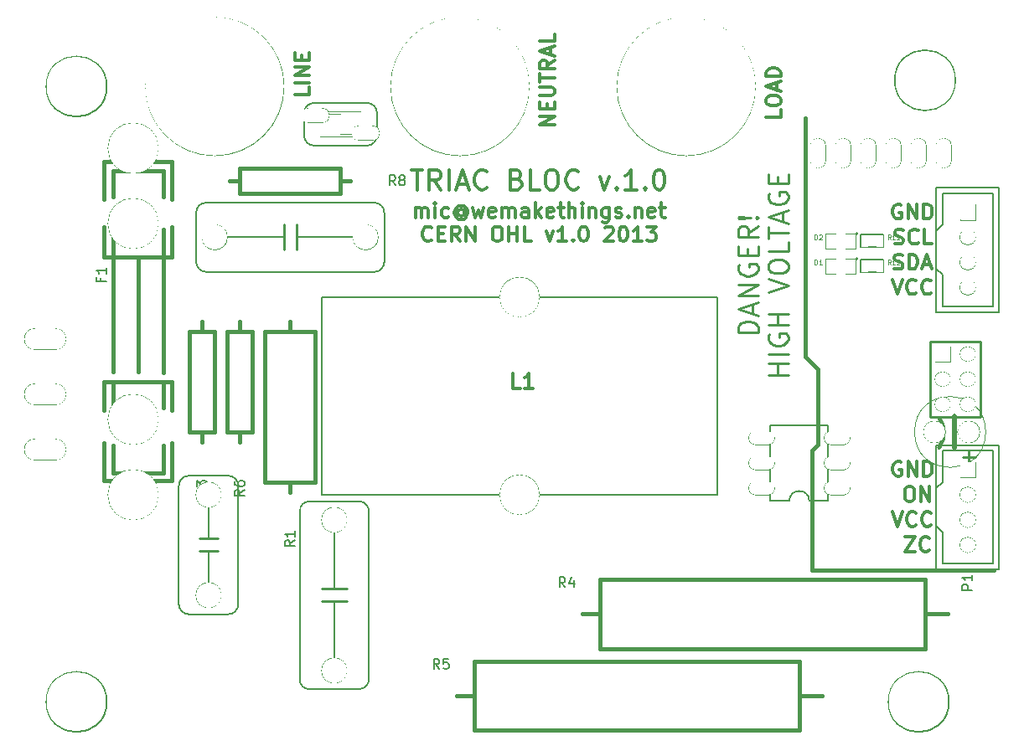
<source format=gto>
G04 (created by PCBNEW (2013-mar-13)-testing) date Tue 07 May 2013 10:03:09 PM CEST*
%MOIN*%
G04 Gerber Fmt 3.4, Leading zero omitted, Abs format*
%FSLAX34Y34*%
G01*
G70*
G90*
G04 APERTURE LIST*
%ADD10C,2.3622e-06*%
%ADD11C,0.015774*%
%ADD12C,0.0118*%
%ADD13C,0.0099*%
%ADD14C,0.00985*%
%ADD15C,0.0026*%
%ADD16C,0.015*%
%ADD17C,0.01*%
%ADD18C,0.008*%
%ADD19C,0.02*%
%ADD20C,0.004*%
%ADD21C,0.016*%
%ADD22C,0.005*%
%ADD23C,0.0059*%
%ADD24C,0.006*%
%ADD25C,0.002*%
%ADD26C,0.0039*%
%ADD27C,0.0035*%
%ADD28C,0.012*%
%ADD29C,0.0043*%
%ADD30C,0.0045*%
%ADD31C,0.551181*%
%ADD32O,0.165X0.0825*%
%ADD33O,0.0593X0.1187*%
%ADD34C,0.0787*%
%ADD35C,0.0906*%
%ADD36C,0.2*%
%ADD37C,0.0859*%
%ADD38C,0.06*%
%ADD39R,0.06X0.06*%
%ADD40R,0.062X0.062*%
%ADD41C,0.062*%
%ADD42C,0.1575*%
%ADD43O,0.112X0.056*%
%ADD44C,0.1*%
%ADD45O,0.104X0.052*%
%ADD46C,0.2362*%
%ADD47R,0.035X0.055*%
%ADD48R,0.025X0.045*%
G04 APERTURE END LIST*
G54D10*
G54D11*
X71000Y-48000D02*
X78250Y-48000D01*
X71000Y-43250D02*
X71000Y-48000D01*
X71250Y-43000D02*
X71000Y-43250D01*
X71250Y-40000D02*
X71250Y-43000D01*
X70750Y-39500D02*
X71250Y-40000D01*
X70750Y-30000D02*
X70750Y-39500D01*
G54D12*
X69767Y-29675D02*
X69767Y-29956D01*
X69176Y-29956D01*
X69176Y-29365D02*
X69176Y-29253D01*
X69204Y-29196D01*
X69260Y-29140D01*
X69373Y-29112D01*
X69570Y-29112D01*
X69682Y-29140D01*
X69739Y-29196D01*
X69767Y-29253D01*
X69767Y-29365D01*
X69739Y-29422D01*
X69682Y-29478D01*
X69570Y-29506D01*
X69373Y-29506D01*
X69260Y-29478D01*
X69204Y-29422D01*
X69176Y-29365D01*
X69598Y-28887D02*
X69598Y-28605D01*
X69767Y-28943D02*
X69176Y-28746D01*
X69767Y-28549D01*
X69767Y-28352D02*
X69176Y-28352D01*
X69176Y-28211D01*
X69204Y-28127D01*
X69260Y-28071D01*
X69317Y-28043D01*
X69429Y-28014D01*
X69514Y-28014D01*
X69626Y-28043D01*
X69682Y-28071D01*
X69739Y-28127D01*
X69767Y-28211D01*
X69767Y-28352D01*
X60767Y-30258D02*
X60176Y-30258D01*
X60767Y-29921D01*
X60176Y-29921D01*
X60457Y-29639D02*
X60457Y-29442D01*
X60767Y-29358D02*
X60767Y-29639D01*
X60176Y-29639D01*
X60176Y-29358D01*
X60176Y-29105D02*
X60654Y-29105D01*
X60711Y-29076D01*
X60739Y-29048D01*
X60767Y-28992D01*
X60767Y-28879D01*
X60739Y-28823D01*
X60711Y-28795D01*
X60654Y-28767D01*
X60176Y-28767D01*
X60176Y-28570D02*
X60176Y-28232D01*
X60767Y-28401D02*
X60176Y-28401D01*
X60767Y-27697D02*
X60485Y-27894D01*
X60767Y-28035D02*
X60176Y-28035D01*
X60176Y-27810D01*
X60204Y-27754D01*
X60232Y-27726D01*
X60288Y-27697D01*
X60373Y-27697D01*
X60429Y-27726D01*
X60457Y-27754D01*
X60485Y-27810D01*
X60485Y-28035D01*
X60598Y-27472D02*
X60598Y-27191D01*
X60767Y-27529D02*
X60176Y-27332D01*
X60767Y-27135D01*
X60767Y-26656D02*
X60767Y-26938D01*
X60176Y-26938D01*
X51017Y-28784D02*
X51017Y-29066D01*
X50426Y-29066D01*
X51017Y-28587D02*
X50426Y-28587D01*
X51017Y-28306D02*
X50426Y-28306D01*
X51017Y-27968D01*
X50426Y-27968D01*
X50707Y-27687D02*
X50707Y-27490D01*
X51017Y-27405D02*
X51017Y-27687D01*
X50426Y-27687D01*
X50426Y-27405D01*
X55225Y-33967D02*
X55225Y-33573D01*
X55225Y-33629D02*
X55253Y-33601D01*
X55309Y-33573D01*
X55393Y-33573D01*
X55450Y-33601D01*
X55478Y-33657D01*
X55478Y-33967D01*
X55478Y-33657D02*
X55506Y-33601D01*
X55562Y-33573D01*
X55647Y-33573D01*
X55703Y-33601D01*
X55731Y-33657D01*
X55731Y-33967D01*
X56013Y-33967D02*
X56013Y-33573D01*
X56013Y-33376D02*
X55984Y-33404D01*
X56013Y-33432D01*
X56041Y-33404D01*
X56013Y-33376D01*
X56013Y-33432D01*
X56547Y-33939D02*
X56491Y-33967D01*
X56378Y-33967D01*
X56322Y-33939D01*
X56294Y-33911D01*
X56266Y-33854D01*
X56266Y-33685D01*
X56294Y-33629D01*
X56322Y-33601D01*
X56378Y-33573D01*
X56491Y-33573D01*
X56547Y-33601D01*
X57166Y-33685D02*
X57138Y-33657D01*
X57082Y-33629D01*
X57026Y-33629D01*
X56969Y-33657D01*
X56941Y-33685D01*
X56913Y-33742D01*
X56913Y-33798D01*
X56941Y-33854D01*
X56969Y-33882D01*
X57026Y-33911D01*
X57082Y-33911D01*
X57138Y-33882D01*
X57166Y-33854D01*
X57166Y-33629D02*
X57166Y-33854D01*
X57195Y-33882D01*
X57223Y-33882D01*
X57279Y-33854D01*
X57307Y-33798D01*
X57307Y-33657D01*
X57251Y-33573D01*
X57166Y-33517D01*
X57054Y-33488D01*
X56941Y-33517D01*
X56857Y-33573D01*
X56801Y-33657D01*
X56772Y-33770D01*
X56801Y-33882D01*
X56857Y-33967D01*
X56941Y-34023D01*
X57054Y-34051D01*
X57166Y-34023D01*
X57251Y-33967D01*
X57504Y-33573D02*
X57617Y-33967D01*
X57729Y-33685D01*
X57842Y-33967D01*
X57954Y-33573D01*
X58405Y-33939D02*
X58348Y-33967D01*
X58236Y-33967D01*
X58180Y-33939D01*
X58151Y-33882D01*
X58151Y-33657D01*
X58180Y-33601D01*
X58236Y-33573D01*
X58348Y-33573D01*
X58405Y-33601D01*
X58433Y-33657D01*
X58433Y-33714D01*
X58151Y-33770D01*
X58686Y-33967D02*
X58686Y-33573D01*
X58686Y-33629D02*
X58714Y-33601D01*
X58771Y-33573D01*
X58855Y-33573D01*
X58911Y-33601D01*
X58939Y-33657D01*
X58939Y-33967D01*
X58939Y-33657D02*
X58968Y-33601D01*
X59024Y-33573D01*
X59108Y-33573D01*
X59165Y-33601D01*
X59193Y-33657D01*
X59193Y-33967D01*
X59727Y-33967D02*
X59727Y-33657D01*
X59699Y-33601D01*
X59643Y-33573D01*
X59530Y-33573D01*
X59474Y-33601D01*
X59727Y-33939D02*
X59671Y-33967D01*
X59530Y-33967D01*
X59474Y-33939D01*
X59446Y-33882D01*
X59446Y-33826D01*
X59474Y-33770D01*
X59530Y-33742D01*
X59671Y-33742D01*
X59727Y-33714D01*
X60009Y-33967D02*
X60009Y-33376D01*
X60065Y-33742D02*
X60234Y-33967D01*
X60234Y-33573D02*
X60009Y-33798D01*
X60712Y-33939D02*
X60656Y-33967D01*
X60544Y-33967D01*
X60487Y-33939D01*
X60459Y-33882D01*
X60459Y-33657D01*
X60487Y-33601D01*
X60544Y-33573D01*
X60656Y-33573D01*
X60712Y-33601D01*
X60741Y-33657D01*
X60741Y-33714D01*
X60459Y-33770D01*
X60909Y-33573D02*
X61135Y-33573D01*
X60994Y-33376D02*
X60994Y-33882D01*
X61022Y-33939D01*
X61078Y-33967D01*
X61135Y-33967D01*
X61332Y-33967D02*
X61332Y-33376D01*
X61585Y-33967D02*
X61585Y-33657D01*
X61557Y-33601D01*
X61500Y-33573D01*
X61416Y-33573D01*
X61360Y-33601D01*
X61332Y-33629D01*
X61866Y-33967D02*
X61866Y-33573D01*
X61866Y-33376D02*
X61838Y-33404D01*
X61866Y-33432D01*
X61894Y-33404D01*
X61866Y-33376D01*
X61866Y-33432D01*
X62148Y-33573D02*
X62148Y-33967D01*
X62148Y-33629D02*
X62176Y-33601D01*
X62232Y-33573D01*
X62317Y-33573D01*
X62373Y-33601D01*
X62401Y-33657D01*
X62401Y-33967D01*
X62936Y-33573D02*
X62936Y-34051D01*
X62908Y-34108D01*
X62879Y-34136D01*
X62823Y-34164D01*
X62739Y-34164D01*
X62682Y-34136D01*
X62936Y-33939D02*
X62879Y-33967D01*
X62767Y-33967D01*
X62711Y-33939D01*
X62682Y-33911D01*
X62654Y-33854D01*
X62654Y-33685D01*
X62682Y-33629D01*
X62711Y-33601D01*
X62767Y-33573D01*
X62879Y-33573D01*
X62936Y-33601D01*
X63189Y-33939D02*
X63245Y-33967D01*
X63358Y-33967D01*
X63414Y-33939D01*
X63442Y-33882D01*
X63442Y-33854D01*
X63414Y-33798D01*
X63358Y-33770D01*
X63273Y-33770D01*
X63217Y-33742D01*
X63189Y-33685D01*
X63189Y-33657D01*
X63217Y-33601D01*
X63273Y-33573D01*
X63358Y-33573D01*
X63414Y-33601D01*
X63696Y-33911D02*
X63724Y-33939D01*
X63696Y-33967D01*
X63667Y-33939D01*
X63696Y-33911D01*
X63696Y-33967D01*
X63977Y-33573D02*
X63977Y-33967D01*
X63977Y-33629D02*
X64005Y-33601D01*
X64061Y-33573D01*
X64146Y-33573D01*
X64202Y-33601D01*
X64230Y-33657D01*
X64230Y-33967D01*
X64737Y-33939D02*
X64681Y-33967D01*
X64568Y-33967D01*
X64512Y-33939D01*
X64484Y-33882D01*
X64484Y-33657D01*
X64512Y-33601D01*
X64568Y-33573D01*
X64681Y-33573D01*
X64737Y-33601D01*
X64765Y-33657D01*
X64765Y-33714D01*
X64484Y-33770D01*
X64934Y-33573D02*
X65159Y-33573D01*
X65018Y-33376D02*
X65018Y-33882D01*
X65046Y-33939D01*
X65103Y-33967D01*
X65159Y-33967D01*
X55872Y-34856D02*
X55844Y-34884D01*
X55759Y-34912D01*
X55703Y-34912D01*
X55619Y-34884D01*
X55562Y-34828D01*
X55534Y-34772D01*
X55506Y-34659D01*
X55506Y-34575D01*
X55534Y-34462D01*
X55562Y-34406D01*
X55619Y-34349D01*
X55703Y-34321D01*
X55759Y-34321D01*
X55844Y-34349D01*
X55872Y-34378D01*
X56125Y-34603D02*
X56322Y-34603D01*
X56407Y-34912D02*
X56125Y-34912D01*
X56125Y-34321D01*
X56407Y-34321D01*
X56998Y-34912D02*
X56801Y-34631D01*
X56660Y-34912D02*
X56660Y-34321D01*
X56885Y-34321D01*
X56941Y-34349D01*
X56969Y-34378D01*
X56998Y-34434D01*
X56998Y-34518D01*
X56969Y-34575D01*
X56941Y-34603D01*
X56885Y-34631D01*
X56660Y-34631D01*
X57251Y-34912D02*
X57251Y-34321D01*
X57589Y-34912D01*
X57589Y-34321D01*
X58433Y-34321D02*
X58545Y-34321D01*
X58602Y-34349D01*
X58658Y-34406D01*
X58686Y-34518D01*
X58686Y-34715D01*
X58658Y-34828D01*
X58602Y-34884D01*
X58545Y-34912D01*
X58433Y-34912D01*
X58377Y-34884D01*
X58320Y-34828D01*
X58292Y-34715D01*
X58292Y-34518D01*
X58320Y-34406D01*
X58377Y-34349D01*
X58433Y-34321D01*
X58939Y-34912D02*
X58939Y-34321D01*
X58939Y-34603D02*
X59277Y-34603D01*
X59277Y-34912D02*
X59277Y-34321D01*
X59840Y-34912D02*
X59559Y-34912D01*
X59559Y-34321D01*
X60431Y-34518D02*
X60572Y-34912D01*
X60712Y-34518D01*
X61247Y-34912D02*
X60909Y-34912D01*
X61078Y-34912D02*
X61078Y-34321D01*
X61022Y-34406D01*
X60966Y-34462D01*
X60909Y-34490D01*
X61500Y-34856D02*
X61529Y-34884D01*
X61500Y-34912D01*
X61472Y-34884D01*
X61500Y-34856D01*
X61500Y-34912D01*
X61894Y-34321D02*
X61951Y-34321D01*
X62007Y-34349D01*
X62035Y-34378D01*
X62063Y-34434D01*
X62091Y-34546D01*
X62091Y-34687D01*
X62063Y-34800D01*
X62035Y-34856D01*
X62007Y-34884D01*
X61951Y-34912D01*
X61894Y-34912D01*
X61838Y-34884D01*
X61810Y-34856D01*
X61782Y-34800D01*
X61754Y-34687D01*
X61754Y-34546D01*
X61782Y-34434D01*
X61810Y-34378D01*
X61838Y-34349D01*
X61894Y-34321D01*
X62767Y-34378D02*
X62795Y-34349D01*
X62851Y-34321D01*
X62992Y-34321D01*
X63048Y-34349D01*
X63076Y-34378D01*
X63105Y-34434D01*
X63105Y-34490D01*
X63076Y-34575D01*
X62739Y-34912D01*
X63105Y-34912D01*
X63470Y-34321D02*
X63527Y-34321D01*
X63583Y-34349D01*
X63611Y-34378D01*
X63639Y-34434D01*
X63667Y-34546D01*
X63667Y-34687D01*
X63639Y-34800D01*
X63611Y-34856D01*
X63583Y-34884D01*
X63527Y-34912D01*
X63470Y-34912D01*
X63414Y-34884D01*
X63386Y-34856D01*
X63358Y-34800D01*
X63330Y-34687D01*
X63330Y-34546D01*
X63358Y-34434D01*
X63386Y-34378D01*
X63414Y-34349D01*
X63470Y-34321D01*
X64230Y-34912D02*
X63893Y-34912D01*
X64061Y-34912D02*
X64061Y-34321D01*
X64005Y-34406D01*
X63949Y-34462D01*
X63893Y-34490D01*
X64427Y-34321D02*
X64793Y-34321D01*
X64596Y-34546D01*
X64681Y-34546D01*
X64737Y-34575D01*
X64765Y-34603D01*
X64793Y-34659D01*
X64793Y-34800D01*
X64765Y-34856D01*
X64737Y-34884D01*
X64681Y-34912D01*
X64512Y-34912D01*
X64455Y-34884D01*
X64427Y-34856D01*
X55071Y-32069D02*
X55521Y-32069D01*
X55296Y-32856D02*
X55296Y-32069D01*
X56233Y-32856D02*
X55971Y-32481D01*
X55784Y-32856D02*
X55784Y-32069D01*
X56083Y-32069D01*
X56158Y-32106D01*
X56196Y-32143D01*
X56233Y-32218D01*
X56233Y-32331D01*
X56196Y-32406D01*
X56158Y-32443D01*
X56083Y-32481D01*
X55784Y-32481D01*
X56571Y-32856D02*
X56571Y-32069D01*
X56908Y-32631D02*
X57283Y-32631D01*
X56833Y-32856D02*
X57095Y-32069D01*
X57358Y-32856D01*
X58070Y-32781D02*
X58032Y-32818D01*
X57920Y-32856D01*
X57845Y-32856D01*
X57732Y-32818D01*
X57657Y-32743D01*
X57620Y-32668D01*
X57582Y-32518D01*
X57582Y-32406D01*
X57620Y-32256D01*
X57657Y-32181D01*
X57732Y-32106D01*
X57845Y-32069D01*
X57920Y-32069D01*
X58032Y-32106D01*
X58070Y-32143D01*
X59269Y-32443D02*
X59381Y-32481D01*
X59419Y-32518D01*
X59456Y-32593D01*
X59456Y-32706D01*
X59419Y-32781D01*
X59381Y-32818D01*
X59306Y-32856D01*
X59006Y-32856D01*
X59006Y-32069D01*
X59269Y-32069D01*
X59344Y-32106D01*
X59381Y-32143D01*
X59419Y-32218D01*
X59419Y-32293D01*
X59381Y-32368D01*
X59344Y-32406D01*
X59269Y-32443D01*
X59006Y-32443D01*
X60168Y-32856D02*
X59793Y-32856D01*
X59793Y-32069D01*
X60580Y-32069D02*
X60730Y-32069D01*
X60805Y-32106D01*
X60880Y-32181D01*
X60918Y-32331D01*
X60918Y-32593D01*
X60880Y-32743D01*
X60805Y-32818D01*
X60730Y-32856D01*
X60580Y-32856D01*
X60506Y-32818D01*
X60431Y-32743D01*
X60393Y-32593D01*
X60393Y-32331D01*
X60431Y-32181D01*
X60506Y-32106D01*
X60580Y-32069D01*
X61705Y-32781D02*
X61667Y-32818D01*
X61555Y-32856D01*
X61480Y-32856D01*
X61367Y-32818D01*
X61293Y-32743D01*
X61255Y-32668D01*
X61218Y-32518D01*
X61218Y-32406D01*
X61255Y-32256D01*
X61293Y-32181D01*
X61367Y-32106D01*
X61480Y-32069D01*
X61555Y-32069D01*
X61667Y-32106D01*
X61705Y-32143D01*
X62567Y-32331D02*
X62754Y-32856D01*
X62941Y-32331D01*
X63241Y-32781D02*
X63279Y-32818D01*
X63241Y-32856D01*
X63204Y-32818D01*
X63241Y-32781D01*
X63241Y-32856D01*
X64028Y-32856D02*
X63579Y-32856D01*
X63803Y-32856D02*
X63803Y-32069D01*
X63728Y-32181D01*
X63654Y-32256D01*
X63579Y-32293D01*
X64366Y-32781D02*
X64403Y-32818D01*
X64366Y-32856D01*
X64328Y-32818D01*
X64366Y-32781D01*
X64366Y-32856D01*
X64890Y-32069D02*
X64965Y-32069D01*
X65040Y-32106D01*
X65078Y-32143D01*
X65115Y-32218D01*
X65153Y-32368D01*
X65153Y-32556D01*
X65115Y-32706D01*
X65078Y-32781D01*
X65040Y-32818D01*
X64965Y-32856D01*
X64890Y-32856D01*
X64815Y-32818D01*
X64778Y-32781D01*
X64740Y-32706D01*
X64703Y-32556D01*
X64703Y-32368D01*
X64740Y-32218D01*
X64778Y-32143D01*
X64815Y-32106D01*
X64890Y-32069D01*
X74549Y-33454D02*
X74493Y-33426D01*
X74409Y-33426D01*
X74324Y-33454D01*
X74268Y-33510D01*
X74240Y-33567D01*
X74212Y-33679D01*
X74212Y-33764D01*
X74240Y-33876D01*
X74268Y-33932D01*
X74324Y-33989D01*
X74409Y-34017D01*
X74465Y-34017D01*
X74549Y-33989D01*
X74577Y-33961D01*
X74577Y-33764D01*
X74465Y-33764D01*
X74831Y-34017D02*
X74831Y-33426D01*
X75168Y-34017D01*
X75168Y-33426D01*
X75450Y-34017D02*
X75450Y-33426D01*
X75591Y-33426D01*
X75675Y-33454D01*
X75731Y-33510D01*
X75759Y-33567D01*
X75788Y-33679D01*
X75788Y-33764D01*
X75759Y-33876D01*
X75731Y-33932D01*
X75675Y-33989D01*
X75591Y-34017D01*
X75450Y-34017D01*
X74282Y-35989D02*
X74366Y-36017D01*
X74507Y-36017D01*
X74563Y-35989D01*
X74591Y-35961D01*
X74620Y-35904D01*
X74620Y-35848D01*
X74591Y-35792D01*
X74563Y-35764D01*
X74507Y-35735D01*
X74394Y-35707D01*
X74338Y-35679D01*
X74310Y-35651D01*
X74282Y-35595D01*
X74282Y-35538D01*
X74310Y-35482D01*
X74338Y-35454D01*
X74394Y-35426D01*
X74535Y-35426D01*
X74620Y-35454D01*
X74873Y-36017D02*
X74873Y-35426D01*
X75014Y-35426D01*
X75098Y-35454D01*
X75154Y-35510D01*
X75182Y-35567D01*
X75211Y-35679D01*
X75211Y-35764D01*
X75182Y-35876D01*
X75154Y-35932D01*
X75098Y-35989D01*
X75014Y-36017D01*
X74873Y-36017D01*
X75436Y-35848D02*
X75717Y-35848D01*
X75379Y-36017D02*
X75576Y-35426D01*
X75773Y-36017D01*
X74296Y-34989D02*
X74380Y-35017D01*
X74521Y-35017D01*
X74577Y-34989D01*
X74606Y-34961D01*
X74634Y-34904D01*
X74634Y-34848D01*
X74606Y-34792D01*
X74577Y-34764D01*
X74521Y-34735D01*
X74409Y-34707D01*
X74352Y-34679D01*
X74324Y-34651D01*
X74296Y-34595D01*
X74296Y-34538D01*
X74324Y-34482D01*
X74352Y-34454D01*
X74409Y-34426D01*
X74549Y-34426D01*
X74634Y-34454D01*
X75225Y-34961D02*
X75197Y-34989D01*
X75112Y-35017D01*
X75056Y-35017D01*
X74971Y-34989D01*
X74915Y-34932D01*
X74887Y-34876D01*
X74859Y-34764D01*
X74859Y-34679D01*
X74887Y-34567D01*
X74915Y-34510D01*
X74971Y-34454D01*
X75056Y-34426D01*
X75112Y-34426D01*
X75197Y-34454D01*
X75225Y-34482D01*
X75759Y-35017D02*
X75478Y-35017D01*
X75478Y-34426D01*
X74212Y-36426D02*
X74409Y-37017D01*
X74606Y-36426D01*
X75140Y-36961D02*
X75112Y-36989D01*
X75028Y-37017D01*
X74971Y-37017D01*
X74887Y-36989D01*
X74831Y-36932D01*
X74803Y-36876D01*
X74774Y-36764D01*
X74774Y-36679D01*
X74803Y-36567D01*
X74831Y-36510D01*
X74887Y-36454D01*
X74971Y-36426D01*
X75028Y-36426D01*
X75112Y-36454D01*
X75140Y-36482D01*
X75731Y-36961D02*
X75703Y-36989D01*
X75619Y-37017D01*
X75562Y-37017D01*
X75478Y-36989D01*
X75422Y-36932D01*
X75394Y-36876D01*
X75365Y-36764D01*
X75365Y-36679D01*
X75394Y-36567D01*
X75422Y-36510D01*
X75478Y-36454D01*
X75562Y-36426D01*
X75619Y-36426D01*
X75703Y-36454D01*
X75731Y-36482D01*
X74707Y-46676D02*
X75101Y-46676D01*
X74707Y-47267D01*
X75101Y-47267D01*
X75664Y-47211D02*
X75636Y-47239D01*
X75551Y-47267D01*
X75495Y-47267D01*
X75411Y-47239D01*
X75354Y-47182D01*
X75326Y-47126D01*
X75298Y-47014D01*
X75298Y-46929D01*
X75326Y-46817D01*
X75354Y-46760D01*
X75411Y-46704D01*
X75495Y-46676D01*
X75551Y-46676D01*
X75636Y-46704D01*
X75664Y-46732D01*
X74212Y-45676D02*
X74409Y-46267D01*
X74606Y-45676D01*
X75140Y-46211D02*
X75112Y-46239D01*
X75028Y-46267D01*
X74971Y-46267D01*
X74887Y-46239D01*
X74831Y-46182D01*
X74803Y-46126D01*
X74774Y-46014D01*
X74774Y-45929D01*
X74803Y-45817D01*
X74831Y-45760D01*
X74887Y-45704D01*
X74971Y-45676D01*
X75028Y-45676D01*
X75112Y-45704D01*
X75140Y-45732D01*
X75731Y-46211D02*
X75703Y-46239D01*
X75619Y-46267D01*
X75562Y-46267D01*
X75478Y-46239D01*
X75422Y-46182D01*
X75394Y-46126D01*
X75365Y-46014D01*
X75365Y-45929D01*
X75394Y-45817D01*
X75422Y-45760D01*
X75478Y-45704D01*
X75562Y-45676D01*
X75619Y-45676D01*
X75703Y-45704D01*
X75731Y-45732D01*
X74834Y-44676D02*
X74946Y-44676D01*
X75003Y-44704D01*
X75059Y-44760D01*
X75087Y-44873D01*
X75087Y-45070D01*
X75059Y-45182D01*
X75003Y-45239D01*
X74946Y-45267D01*
X74834Y-45267D01*
X74777Y-45239D01*
X74721Y-45182D01*
X74693Y-45070D01*
X74693Y-44873D01*
X74721Y-44760D01*
X74777Y-44704D01*
X74834Y-44676D01*
X75340Y-45267D02*
X75340Y-44676D01*
X75678Y-45267D01*
X75678Y-44676D01*
X74549Y-43704D02*
X74493Y-43676D01*
X74409Y-43676D01*
X74324Y-43704D01*
X74268Y-43760D01*
X74240Y-43817D01*
X74212Y-43929D01*
X74212Y-44014D01*
X74240Y-44126D01*
X74268Y-44182D01*
X74324Y-44239D01*
X74409Y-44267D01*
X74465Y-44267D01*
X74549Y-44239D01*
X74577Y-44211D01*
X74577Y-44014D01*
X74465Y-44014D01*
X74831Y-44267D02*
X74831Y-43676D01*
X75168Y-44267D01*
X75168Y-43676D01*
X75450Y-44267D02*
X75450Y-43676D01*
X75591Y-43676D01*
X75675Y-43704D01*
X75731Y-43760D01*
X75759Y-43817D01*
X75788Y-43929D01*
X75788Y-44014D01*
X75759Y-44126D01*
X75731Y-44182D01*
X75675Y-44239D01*
X75591Y-44267D01*
X75450Y-44267D01*
G54D13*
X68856Y-38536D02*
X68069Y-38536D01*
X68069Y-38348D01*
X68106Y-38236D01*
X68181Y-38161D01*
X68256Y-38123D01*
X68406Y-38086D01*
X68518Y-38086D01*
X68668Y-38123D01*
X68743Y-38161D01*
X68818Y-38236D01*
X68856Y-38348D01*
X68856Y-38536D01*
X68631Y-37786D02*
X68631Y-37411D01*
X68856Y-37861D02*
X68069Y-37599D01*
X68856Y-37336D01*
X68856Y-37074D02*
X68069Y-37074D01*
X68856Y-36624D01*
X68069Y-36624D01*
X68106Y-35837D02*
X68069Y-35912D01*
X68069Y-36025D01*
X68106Y-36137D01*
X68181Y-36212D01*
X68256Y-36249D01*
X68406Y-36287D01*
X68518Y-36287D01*
X68668Y-36249D01*
X68743Y-36212D01*
X68818Y-36137D01*
X68856Y-36025D01*
X68856Y-35950D01*
X68818Y-35837D01*
X68781Y-35800D01*
X68518Y-35800D01*
X68518Y-35950D01*
X68443Y-35462D02*
X68443Y-35200D01*
X68856Y-35088D02*
X68856Y-35462D01*
X68069Y-35462D01*
X68069Y-35088D01*
X68856Y-34301D02*
X68481Y-34563D01*
X68856Y-34750D02*
X68069Y-34750D01*
X68069Y-34451D01*
X68106Y-34376D01*
X68143Y-34338D01*
X68218Y-34301D01*
X68331Y-34301D01*
X68406Y-34338D01*
X68443Y-34376D01*
X68481Y-34451D01*
X68481Y-34750D01*
X68781Y-33963D02*
X68818Y-33926D01*
X68856Y-33963D01*
X68818Y-34001D01*
X68781Y-33963D01*
X68856Y-33963D01*
X68556Y-33963D02*
X68106Y-34001D01*
X68069Y-33963D01*
X68106Y-33926D01*
X68556Y-33963D01*
X68069Y-33963D01*
X70056Y-40222D02*
X69269Y-40222D01*
X69644Y-40222D02*
X69644Y-39772D01*
X70056Y-39772D02*
X69269Y-39772D01*
X70056Y-39397D02*
X69269Y-39397D01*
X69307Y-38611D02*
X69269Y-38685D01*
X69269Y-38798D01*
X69307Y-38910D01*
X69382Y-38985D01*
X69457Y-39023D01*
X69607Y-39060D01*
X69719Y-39060D01*
X69869Y-39023D01*
X69944Y-38985D01*
X70019Y-38910D01*
X70056Y-38798D01*
X70056Y-38723D01*
X70019Y-38611D01*
X69981Y-38573D01*
X69719Y-38573D01*
X69719Y-38723D01*
X70056Y-38236D02*
X69269Y-38236D01*
X69644Y-38236D02*
X69644Y-37786D01*
X70056Y-37786D02*
X69269Y-37786D01*
X69269Y-36924D02*
X70056Y-36662D01*
X69269Y-36399D01*
X69269Y-35987D02*
X69269Y-35837D01*
X69307Y-35762D01*
X69382Y-35687D01*
X69532Y-35650D01*
X69794Y-35650D01*
X69944Y-35687D01*
X70019Y-35762D01*
X70056Y-35837D01*
X70056Y-35987D01*
X70019Y-36062D01*
X69944Y-36137D01*
X69794Y-36175D01*
X69532Y-36175D01*
X69382Y-36137D01*
X69307Y-36062D01*
X69269Y-35987D01*
X70056Y-34938D02*
X70056Y-35313D01*
X69269Y-35313D01*
X69269Y-34788D02*
X69269Y-34338D01*
X70056Y-34563D02*
X69269Y-34563D01*
X69831Y-34113D02*
X69831Y-33739D01*
X70056Y-34188D02*
X69269Y-33926D01*
X70056Y-33664D01*
X69307Y-32989D02*
X69269Y-33064D01*
X69269Y-33176D01*
X69307Y-33289D01*
X69382Y-33364D01*
X69457Y-33401D01*
X69607Y-33439D01*
X69719Y-33439D01*
X69869Y-33401D01*
X69944Y-33364D01*
X70019Y-33289D01*
X70056Y-33176D01*
X70056Y-33102D01*
X70019Y-32989D01*
X69981Y-32952D01*
X69719Y-32952D01*
X69719Y-33102D01*
X69644Y-32614D02*
X69644Y-32352D01*
X70056Y-32240D02*
X70056Y-32614D01*
X69269Y-32614D01*
X69269Y-32240D01*
G54D14*
X57678Y-29172D02*
X57284Y-29172D01*
X57678Y-28947D01*
X57284Y-28947D01*
X57471Y-28759D02*
X57471Y-28628D01*
X57678Y-28572D02*
X57678Y-28759D01*
X57284Y-28759D01*
X57284Y-28572D01*
X57284Y-28403D02*
X57603Y-28403D01*
X57640Y-28384D01*
X57659Y-28365D01*
X57678Y-28328D01*
X57678Y-28253D01*
X57659Y-28215D01*
X57640Y-28196D01*
X57603Y-28178D01*
X57284Y-28178D01*
X57284Y-28046D02*
X57284Y-27821D01*
X57678Y-27934D02*
X57284Y-27934D01*
X57678Y-27465D02*
X57490Y-27596D01*
X57678Y-27690D02*
X57284Y-27690D01*
X57284Y-27540D01*
X57303Y-27502D01*
X57321Y-27484D01*
X57359Y-27465D01*
X57415Y-27465D01*
X57453Y-27484D01*
X57471Y-27502D01*
X57490Y-27540D01*
X57490Y-27690D01*
X57565Y-27315D02*
X57565Y-27127D01*
X57678Y-27352D02*
X57284Y-27221D01*
X57678Y-27090D01*
X57678Y-26771D02*
X57678Y-26958D01*
X57284Y-26958D01*
G54D13*
G54D14*
X65178Y-28950D02*
X65178Y-29137D01*
X64784Y-29137D01*
X64784Y-28743D02*
X64784Y-28668D01*
X64803Y-28631D01*
X64840Y-28593D01*
X64915Y-28575D01*
X65046Y-28575D01*
X65121Y-28593D01*
X65159Y-28631D01*
X65178Y-28668D01*
X65178Y-28743D01*
X65159Y-28781D01*
X65121Y-28818D01*
X65046Y-28837D01*
X64915Y-28837D01*
X64840Y-28818D01*
X64803Y-28781D01*
X64784Y-28743D01*
X65065Y-28424D02*
X65065Y-28237D01*
X65178Y-28462D02*
X64784Y-28331D01*
X65178Y-28199D01*
X65178Y-28068D02*
X64784Y-28068D01*
X64784Y-27974D01*
X64803Y-27918D01*
X64840Y-27880D01*
X64878Y-27862D01*
X64953Y-27843D01*
X65009Y-27843D01*
X65084Y-27862D01*
X65121Y-27880D01*
X65159Y-27918D01*
X65178Y-27974D01*
X65178Y-28068D01*
G54D13*
G54D15*
X39750Y-43450D02*
X39750Y-42950D01*
X40500Y-43450D02*
X40500Y-42950D01*
X40500Y-42950D02*
X39750Y-42950D01*
X39750Y-43450D02*
X39750Y-42950D01*
X40500Y-43450D02*
X39750Y-43450D01*
X39750Y-41250D02*
X39750Y-40750D01*
X40500Y-41250D02*
X40500Y-40750D01*
X40500Y-40750D02*
X39750Y-40750D01*
X39750Y-41250D02*
X39750Y-40750D01*
X40500Y-41250D02*
X39750Y-41250D01*
X39750Y-39050D02*
X39750Y-38550D01*
X40500Y-39050D02*
X40500Y-38550D01*
X40500Y-38550D02*
X39750Y-38550D01*
X39750Y-39050D02*
X39750Y-38550D01*
X40500Y-39050D02*
X39750Y-39050D01*
G54D16*
X70600Y-53000D02*
X71400Y-53000D01*
X57463Y-53000D02*
X56863Y-53000D01*
X70500Y-54377D02*
X57563Y-54377D01*
X57563Y-54377D02*
X57563Y-51622D01*
X57563Y-51622D02*
X70500Y-51622D01*
X70500Y-51622D02*
X70500Y-54377D01*
X44200Y-35550D02*
X44200Y-40100D01*
X45550Y-40500D02*
X45550Y-41650D01*
X45550Y-44450D02*
X45550Y-42950D01*
X45200Y-44150D02*
X45200Y-43050D01*
X45200Y-40500D02*
X45200Y-41550D01*
X42850Y-44450D02*
X42850Y-42950D01*
X43200Y-44150D02*
X43200Y-43050D01*
X42850Y-40500D02*
X42850Y-41650D01*
X43200Y-40500D02*
X43200Y-41550D01*
X42850Y-35550D02*
X42850Y-34350D01*
X43200Y-35550D02*
X43200Y-34450D01*
X45200Y-35550D02*
X45200Y-34450D01*
X45550Y-35550D02*
X45550Y-34350D01*
X45550Y-31750D02*
X45550Y-33250D01*
X45200Y-32100D02*
X45200Y-33150D01*
X42850Y-31750D02*
X42850Y-33250D01*
X43200Y-32100D02*
X43200Y-33150D01*
X42850Y-31750D02*
X45550Y-31750D01*
X45550Y-35550D02*
X45200Y-35550D01*
X42850Y-35550D02*
X43200Y-35550D01*
X42850Y-44450D02*
X45550Y-44450D01*
X45550Y-40500D02*
X45200Y-40500D01*
X42850Y-40500D02*
X43250Y-40500D01*
X45200Y-35550D02*
X45200Y-40150D01*
X43200Y-40100D02*
X43200Y-35550D01*
X44200Y-40500D02*
X43200Y-40500D01*
X43200Y-44150D02*
X45200Y-44150D01*
X45200Y-40500D02*
X44200Y-40500D01*
X44200Y-35550D02*
X43200Y-35550D01*
X43200Y-32100D02*
X45200Y-32100D01*
X45200Y-35550D02*
X44200Y-35550D01*
X46750Y-42500D02*
X46750Y-42900D01*
X46750Y-38500D02*
X46750Y-38100D01*
X46250Y-42500D02*
X46250Y-38500D01*
X46250Y-38500D02*
X47250Y-38500D01*
X47250Y-38500D02*
X47250Y-42500D01*
X47250Y-42500D02*
X46250Y-42500D01*
X48250Y-42500D02*
X48250Y-42900D01*
X48250Y-38500D02*
X48250Y-38100D01*
X47750Y-42500D02*
X47750Y-38500D01*
X47750Y-38500D02*
X48750Y-38500D01*
X48750Y-38500D02*
X48750Y-42500D01*
X48750Y-42500D02*
X47750Y-42500D01*
X50250Y-38500D02*
X50250Y-38100D01*
X50250Y-44500D02*
X50250Y-44900D01*
X50750Y-38500D02*
X51250Y-38500D01*
X51250Y-38500D02*
X51250Y-44500D01*
X51250Y-44500D02*
X49250Y-44500D01*
X49250Y-44500D02*
X49250Y-38500D01*
X49250Y-38500D02*
X50750Y-38500D01*
G54D17*
X77500Y-43500D02*
X77000Y-43500D01*
X77250Y-43750D02*
X77250Y-43250D01*
G54D18*
X76687Y-42500D02*
X77249Y-42500D01*
X76250Y-42500D02*
X75875Y-42500D01*
G54D19*
X76687Y-41875D02*
X76687Y-43125D01*
G54D20*
X77915Y-42500D02*
G75*
G03X77915Y-42500I-1415J0D01*
G74*
G01*
G54D21*
X76062Y-43123D02*
G75*
G03X76250Y-42500I-816J584D01*
G74*
G01*
X76250Y-42499D02*
G75*
G03X76062Y-41937I-925J3D01*
G74*
G01*
G54D15*
X76100Y-39300D02*
X76100Y-39500D01*
X76100Y-39500D02*
X76300Y-39500D01*
X76300Y-39300D02*
X76300Y-39500D01*
X76100Y-39300D02*
X76300Y-39300D01*
X77100Y-39300D02*
X77100Y-39500D01*
X77100Y-39500D02*
X77300Y-39500D01*
X77300Y-39300D02*
X77300Y-39500D01*
X77100Y-39300D02*
X77300Y-39300D01*
X77100Y-40300D02*
X77100Y-40500D01*
X77100Y-40500D02*
X77300Y-40500D01*
X77300Y-40300D02*
X77300Y-40500D01*
X77100Y-40300D02*
X77300Y-40300D01*
X76100Y-40300D02*
X76100Y-40500D01*
X76100Y-40500D02*
X76300Y-40500D01*
X76300Y-40300D02*
X76300Y-40500D01*
X76100Y-40300D02*
X76300Y-40300D01*
X77100Y-41300D02*
X77100Y-41500D01*
X77100Y-41500D02*
X77300Y-41500D01*
X77300Y-41300D02*
X77300Y-41500D01*
X77100Y-41300D02*
X77300Y-41300D01*
X76100Y-41300D02*
X76100Y-41500D01*
X76100Y-41500D02*
X76300Y-41500D01*
X76300Y-41300D02*
X76300Y-41500D01*
X76100Y-41300D02*
X76300Y-41300D01*
G54D17*
X77700Y-38900D02*
X77700Y-41900D01*
X77700Y-41900D02*
X75700Y-41900D01*
X75700Y-41900D02*
X75700Y-38900D01*
X75700Y-38900D02*
X77700Y-38900D01*
G54D15*
X77050Y-46850D02*
X77050Y-47150D01*
X77050Y-47150D02*
X77350Y-47150D01*
X77350Y-46850D02*
X77350Y-47150D01*
X77050Y-46850D02*
X77350Y-46850D01*
X77050Y-45850D02*
X77050Y-46150D01*
X77050Y-46150D02*
X77350Y-46150D01*
X77350Y-45850D02*
X77350Y-46150D01*
X77050Y-45850D02*
X77350Y-45850D01*
X77050Y-44850D02*
X77050Y-45150D01*
X77050Y-45150D02*
X77350Y-45150D01*
X77350Y-44850D02*
X77350Y-45150D01*
X77050Y-44850D02*
X77350Y-44850D01*
X77050Y-43850D02*
X77050Y-44150D01*
X77050Y-44150D02*
X77350Y-44150D01*
X77350Y-43850D02*
X77350Y-44150D01*
X77050Y-43850D02*
X77350Y-43850D01*
G54D22*
X78450Y-47970D02*
X75950Y-47970D01*
X75950Y-47970D02*
X75950Y-46250D01*
X78450Y-43030D02*
X75950Y-43030D01*
X78450Y-43030D02*
X78450Y-47970D01*
X75950Y-44750D02*
X76200Y-44500D01*
X75950Y-44750D02*
X75950Y-43030D01*
X76200Y-44500D02*
X76200Y-43250D01*
X76200Y-43250D02*
X78200Y-43250D01*
X78200Y-43250D02*
X78200Y-47750D01*
X78200Y-47750D02*
X76200Y-47750D01*
X76200Y-47750D02*
X76200Y-46500D01*
X76200Y-46500D02*
X75950Y-46250D01*
X75950Y-46250D02*
X75950Y-44750D01*
G54D15*
X77050Y-36600D02*
X77050Y-36900D01*
X77050Y-36900D02*
X77350Y-36900D01*
X77350Y-36600D02*
X77350Y-36900D01*
X77050Y-36600D02*
X77350Y-36600D01*
X77050Y-35600D02*
X77050Y-35900D01*
X77050Y-35900D02*
X77350Y-35900D01*
X77350Y-35600D02*
X77350Y-35900D01*
X77050Y-35600D02*
X77350Y-35600D01*
X77050Y-34600D02*
X77050Y-34900D01*
X77050Y-34900D02*
X77350Y-34900D01*
X77350Y-34600D02*
X77350Y-34900D01*
X77050Y-34600D02*
X77350Y-34600D01*
X77050Y-33600D02*
X77050Y-33900D01*
X77050Y-33900D02*
X77350Y-33900D01*
X77350Y-33600D02*
X77350Y-33900D01*
X77050Y-33600D02*
X77350Y-33600D01*
G54D22*
X78450Y-37720D02*
X75950Y-37720D01*
X75950Y-37720D02*
X75950Y-36000D01*
X78450Y-32780D02*
X75950Y-32780D01*
X78450Y-32780D02*
X78450Y-37720D01*
X75950Y-34500D02*
X76200Y-34250D01*
X75950Y-34500D02*
X75950Y-32780D01*
X76200Y-34250D02*
X76200Y-33000D01*
X76200Y-33000D02*
X78200Y-33000D01*
X78200Y-33000D02*
X78200Y-37500D01*
X78200Y-37500D02*
X76200Y-37500D01*
X76200Y-37500D02*
X76200Y-36250D01*
X76200Y-36250D02*
X75950Y-36000D01*
X75950Y-36000D02*
X75950Y-34500D01*
G54D23*
X67248Y-37126D02*
X67248Y-44606D01*
X67248Y-44606D02*
X67248Y-45000D01*
X67248Y-45000D02*
X51500Y-45000D01*
X51500Y-37126D02*
X67248Y-37126D01*
X51500Y-45000D02*
X51500Y-37126D01*
G54D24*
X53700Y-29800D02*
X53700Y-30700D01*
X53300Y-31100D02*
X51200Y-31100D01*
X53300Y-29400D02*
X51200Y-29400D01*
X50800Y-29800D02*
X50800Y-30700D01*
G54D25*
X51750Y-29750D02*
X53050Y-29750D01*
X51450Y-30750D02*
X52750Y-30750D01*
X51750Y-29850D02*
X52250Y-29850D01*
X52250Y-30650D02*
X52750Y-30650D01*
G54D24*
X50800Y-30700D02*
G75*
G03X51200Y-31100I400J0D01*
G74*
G01*
X53700Y-29800D02*
G75*
G03X53300Y-29400I-400J0D01*
G74*
G01*
X51200Y-29400D02*
G75*
G03X50800Y-29800I0J-400D01*
G74*
G01*
X53300Y-31100D02*
G75*
G03X53700Y-30700I0J400D01*
G74*
G01*
G54D17*
X52500Y-48750D02*
X52000Y-48750D01*
X52000Y-48750D02*
X51500Y-48750D01*
X52500Y-49250D02*
X52000Y-49250D01*
X52000Y-49250D02*
X51500Y-49250D01*
G54D18*
X52000Y-48750D02*
X52000Y-46000D01*
X52000Y-49250D02*
X52000Y-52000D01*
X52984Y-45260D02*
X51016Y-45260D01*
X50623Y-45654D02*
X50623Y-52346D01*
X51016Y-52740D02*
X52984Y-52740D01*
X53377Y-52346D02*
X53377Y-45654D01*
X53378Y-45654D02*
G75*
G03X52984Y-45260I-394J0D01*
G74*
G01*
X51016Y-45261D02*
G75*
G03X50623Y-45654I0J-393D01*
G74*
G01*
X50622Y-52346D02*
G75*
G03X51016Y-52740I394J0D01*
G74*
G01*
X52984Y-52739D02*
G75*
G03X53377Y-52346I0J393D01*
G74*
G01*
G54D17*
X50000Y-34250D02*
X50000Y-34750D01*
X50000Y-34750D02*
X50000Y-35250D01*
X50500Y-34250D02*
X50500Y-34750D01*
X50500Y-34750D02*
X50500Y-35250D01*
G54D18*
X50000Y-34750D02*
X47250Y-34750D01*
X50500Y-34750D02*
X53250Y-34750D01*
X46510Y-33766D02*
X46510Y-35734D01*
X46904Y-36127D02*
X53596Y-36127D01*
X53990Y-35734D02*
X53990Y-33766D01*
X53596Y-33373D02*
X46904Y-33373D01*
X46904Y-33372D02*
G75*
G03X46510Y-33766I0J-394D01*
G74*
G01*
X46511Y-35734D02*
G75*
G03X46904Y-36127I393J0D01*
G74*
G01*
X53596Y-36128D02*
G75*
G03X53990Y-35734I0J394D01*
G74*
G01*
X53989Y-33766D02*
G75*
G03X53596Y-33373I-393J0D01*
G74*
G01*
G54D17*
X47375Y-46750D02*
X47000Y-46750D01*
X47000Y-46750D02*
X46625Y-46750D01*
X47375Y-47250D02*
X47000Y-47250D01*
X47000Y-47250D02*
X46625Y-47250D01*
G54D18*
X47000Y-46750D02*
X47000Y-45000D01*
X47000Y-47250D02*
X47000Y-49000D01*
X48181Y-49362D02*
X48181Y-44638D01*
X47787Y-44245D02*
X46213Y-44245D01*
X45819Y-44638D02*
X45819Y-49362D01*
X46213Y-49755D02*
X47787Y-49755D01*
X47787Y-49756D02*
G75*
G03X48181Y-49362I0J394D01*
G74*
G01*
X48180Y-44638D02*
G75*
G03X47787Y-44245I-393J0D01*
G74*
G01*
X46213Y-44244D02*
G75*
G03X45819Y-44638I0J-394D01*
G74*
G01*
X45820Y-49362D02*
G75*
G03X46213Y-49755I393J0D01*
G74*
G01*
G54D24*
X69350Y-42250D02*
X69350Y-45250D01*
X71650Y-45250D02*
X71650Y-42250D01*
X69350Y-42250D02*
X71650Y-42250D01*
X69350Y-45250D02*
X70100Y-45250D01*
X71650Y-45250D02*
X70900Y-45250D01*
X70900Y-45250D02*
G75*
G03X70100Y-45250I-400J0D01*
G74*
G01*
G54D18*
X42950Y-28750D02*
G75*
G03X42950Y-28750I-1200J0D01*
G74*
G01*
X42380Y-28750D02*
G75*
G03X42380Y-28750I-630J0D01*
G74*
G01*
X76700Y-28500D02*
G75*
G03X76700Y-28500I-1200J0D01*
G74*
G01*
X76130Y-28500D02*
G75*
G03X76130Y-28500I-630J0D01*
G74*
G01*
X42950Y-53250D02*
G75*
G03X42950Y-53250I-1200J0D01*
G74*
G01*
X42380Y-53250D02*
G75*
G03X42380Y-53250I-630J0D01*
G74*
G01*
X76450Y-53250D02*
G75*
G03X76450Y-53250I-1200J0D01*
G74*
G01*
X75880Y-53250D02*
G75*
G03X75880Y-53250I-630J0D01*
G74*
G01*
G54D16*
X48250Y-32500D02*
X47850Y-32500D01*
X52250Y-32500D02*
X52650Y-32500D01*
X48250Y-32000D02*
X52250Y-32000D01*
X52250Y-32000D02*
X52250Y-33000D01*
X52250Y-33000D02*
X48250Y-33000D01*
X48250Y-33000D02*
X48250Y-32000D01*
G54D26*
X72850Y-35600D02*
G75*
G03X72850Y-35600I-50J0D01*
G74*
G01*
X72350Y-35600D02*
X72750Y-35600D01*
X72750Y-35600D02*
X72750Y-36200D01*
X72750Y-36200D02*
X72350Y-36200D01*
X71950Y-36200D02*
X71550Y-36200D01*
X71550Y-36200D02*
X71550Y-35600D01*
X71550Y-35600D02*
X71950Y-35600D01*
X72850Y-34600D02*
G75*
G03X72850Y-34600I-50J0D01*
G74*
G01*
X72350Y-34600D02*
X72750Y-34600D01*
X72750Y-34600D02*
X72750Y-35200D01*
X72750Y-35200D02*
X72350Y-35200D01*
X71950Y-35200D02*
X71550Y-35200D01*
X71550Y-35200D02*
X71550Y-34600D01*
X71550Y-34600D02*
X71950Y-34600D01*
G54D22*
X73850Y-35150D02*
X72950Y-35150D01*
X72950Y-35150D02*
X72950Y-34650D01*
X72950Y-34650D02*
X73850Y-34650D01*
X73850Y-34650D02*
X73850Y-35150D01*
X73850Y-36150D02*
X72950Y-36150D01*
X72950Y-36150D02*
X72950Y-35650D01*
X72950Y-35650D02*
X73850Y-35650D01*
X73850Y-35650D02*
X73850Y-36150D01*
G54D16*
X75600Y-49750D02*
X76400Y-49750D01*
X62463Y-49750D02*
X61863Y-49750D01*
X75500Y-51127D02*
X62563Y-51127D01*
X62563Y-51127D02*
X62563Y-48372D01*
X62563Y-48372D02*
X75500Y-48372D01*
X75500Y-48372D02*
X75500Y-51127D01*
G54D10*
X50005Y-28750D02*
G75*
G03X50005Y-28750I-2755J0D01*
G74*
G01*
X59755Y-28750D02*
G75*
G03X59755Y-28750I-2755J0D01*
G74*
G01*
X68755Y-28750D02*
G75*
G03X68755Y-28750I-2755J0D01*
G74*
G01*
X40087Y-43612D02*
X40912Y-43612D01*
X40087Y-42787D02*
X40912Y-42787D01*
X40912Y-43612D02*
G75*
G03X40912Y-42787I0J412D01*
G74*
G01*
X40087Y-42787D02*
G75*
G03X40087Y-43612I0J-412D01*
G74*
G01*
X40087Y-41412D02*
X40912Y-41412D01*
X40087Y-40587D02*
X40912Y-40587D01*
X40912Y-41412D02*
G75*
G03X40912Y-40587I0J412D01*
G74*
G01*
X40087Y-40587D02*
G75*
G03X40087Y-41412I0J-412D01*
G74*
G01*
X40087Y-39212D02*
X40912Y-39212D01*
X40087Y-38387D02*
X40912Y-38387D01*
X40912Y-39212D02*
G75*
G03X40912Y-38387I0J412D01*
G74*
G01*
X40087Y-38387D02*
G75*
G03X40087Y-39212I0J-412D01*
G74*
G01*
X70953Y-31103D02*
X70953Y-31697D01*
X71546Y-31103D02*
X71546Y-31697D01*
X70953Y-31697D02*
G75*
G03X71546Y-31697I296J0D01*
G74*
G01*
X71546Y-31103D02*
G75*
G03X70953Y-31103I-296J0D01*
G74*
G01*
X71953Y-31103D02*
X71953Y-31697D01*
X72546Y-31103D02*
X72546Y-31697D01*
X71953Y-31697D02*
G75*
G03X72546Y-31697I296J0D01*
G74*
G01*
X72546Y-31103D02*
G75*
G03X71953Y-31103I-296J0D01*
G74*
G01*
X72953Y-31103D02*
X72953Y-31697D01*
X73546Y-31103D02*
X73546Y-31697D01*
X72953Y-31697D02*
G75*
G03X73546Y-31697I296J0D01*
G74*
G01*
X73546Y-31103D02*
G75*
G03X72953Y-31103I-296J0D01*
G74*
G01*
X73953Y-31103D02*
X73953Y-31697D01*
X74546Y-31103D02*
X74546Y-31697D01*
X73953Y-31697D02*
G75*
G03X74546Y-31697I296J0D01*
G74*
G01*
X74546Y-31103D02*
G75*
G03X73953Y-31103I-296J0D01*
G74*
G01*
X74953Y-31103D02*
X74953Y-31697D01*
X75546Y-31103D02*
X75546Y-31697D01*
X74953Y-31697D02*
G75*
G03X75546Y-31697I296J0D01*
G74*
G01*
X75546Y-31103D02*
G75*
G03X74953Y-31103I-296J0D01*
G74*
G01*
X75953Y-31103D02*
X75953Y-31697D01*
X76546Y-31103D02*
X76546Y-31697D01*
X75953Y-31697D02*
G75*
G03X76546Y-31697I296J0D01*
G74*
G01*
X76546Y-31103D02*
G75*
G03X75953Y-31103I-296J0D01*
G74*
G01*
X44999Y-45000D02*
G75*
G03X44999Y-45000I-999J0D01*
G74*
G01*
X44999Y-42000D02*
G75*
G03X44999Y-42000I-999J0D01*
G74*
G01*
X44999Y-31200D02*
G75*
G03X44999Y-31200I-999J0D01*
G74*
G01*
X44999Y-34200D02*
G75*
G03X44999Y-34200I-999J0D01*
G74*
G01*
X77679Y-42500D02*
G75*
G03X77679Y-42500I-429J0D01*
G74*
G01*
X76304Y-42500D02*
G75*
G03X76304Y-42500I-429J0D01*
G74*
G01*
X76200Y-39100D02*
X76200Y-39699D01*
X76199Y-39699D01*
X76199Y-39100D01*
X76200Y-39100D01*
X77499Y-39400D02*
G75*
G03X77499Y-39400I-299J0D01*
G74*
G01*
X76499Y-40400D02*
G75*
G03X76499Y-40400I-299J0D01*
G74*
G01*
X77499Y-40400D02*
G75*
G03X77499Y-40400I-299J0D01*
G74*
G01*
X76499Y-41400D02*
G75*
G03X76499Y-41400I-299J0D01*
G74*
G01*
X77499Y-41400D02*
G75*
G03X77499Y-41400I-299J0D01*
G74*
G01*
X75900Y-39100D02*
X75900Y-39699D01*
X76499Y-39699D01*
X76499Y-39100D01*
X75900Y-39100D01*
X76890Y-43690D02*
X76890Y-44309D01*
X77509Y-44309D01*
X77509Y-43690D01*
X76890Y-43690D01*
X77509Y-45000D02*
G75*
G03X77509Y-45000I-309J0D01*
G74*
G01*
X77509Y-46000D02*
G75*
G03X77509Y-46000I-309J0D01*
G74*
G01*
X77509Y-47000D02*
G75*
G03X77509Y-47000I-309J0D01*
G74*
G01*
X76890Y-33440D02*
X76890Y-34059D01*
X77509Y-34059D01*
X77509Y-33440D01*
X76890Y-33440D01*
X77509Y-34750D02*
G75*
G03X77509Y-34750I-309J0D01*
G74*
G01*
X77509Y-35750D02*
G75*
G03X77509Y-35750I-309J0D01*
G74*
G01*
X77509Y-36750D02*
G75*
G03X77509Y-36750I-309J0D01*
G74*
G01*
X60161Y-45000D02*
G75*
G03X60161Y-45000I-787J0D01*
G74*
G01*
X60161Y-37126D02*
G75*
G03X60161Y-37126I-787J0D01*
G74*
G01*
X51530Y-29620D02*
X50970Y-29620D01*
X51530Y-30179D02*
X50970Y-30179D01*
X50970Y-29620D02*
G75*
G03X50970Y-30179I0J-279D01*
G74*
G01*
X51530Y-30179D02*
G75*
G03X51530Y-29620I0J279D01*
G74*
G01*
X53530Y-30320D02*
X52970Y-30320D01*
X53530Y-30879D02*
X52970Y-30879D01*
X52970Y-30320D02*
G75*
G03X52970Y-30879I0J-279D01*
G74*
G01*
X53530Y-30879D02*
G75*
G03X53530Y-30320I0J279D01*
G74*
G01*
X52499Y-46000D02*
G75*
G03X52499Y-46000I-499J0D01*
G74*
G01*
X52499Y-52000D02*
G75*
G03X52499Y-52000I-499J0D01*
G74*
G01*
X47749Y-34750D02*
G75*
G03X47749Y-34750I-499J0D01*
G74*
G01*
X53749Y-34750D02*
G75*
G03X53749Y-34750I-499J0D01*
G74*
G01*
X47499Y-45000D02*
G75*
G03X47499Y-45000I-499J0D01*
G74*
G01*
X47499Y-49000D02*
G75*
G03X47499Y-49000I-499J0D01*
G74*
G01*
X71740Y-45009D02*
X72260Y-45009D01*
X71740Y-44490D02*
X72260Y-44490D01*
X72260Y-45009D02*
G75*
G03X72260Y-44490I0J259D01*
G74*
G01*
X71740Y-44490D02*
G75*
G03X71740Y-45009I0J-259D01*
G74*
G01*
X71740Y-44009D02*
X72260Y-44009D01*
X71740Y-43490D02*
X72260Y-43490D01*
X72260Y-44009D02*
G75*
G03X72260Y-43490I0J259D01*
G74*
G01*
X71740Y-43490D02*
G75*
G03X71740Y-44009I0J-259D01*
G74*
G01*
X71740Y-43009D02*
X72260Y-43009D01*
X71740Y-42490D02*
X72260Y-42490D01*
X72260Y-43009D02*
G75*
G03X72260Y-42490I0J259D01*
G74*
G01*
X71740Y-42490D02*
G75*
G03X71740Y-43009I0J-259D01*
G74*
G01*
X68740Y-43009D02*
X69260Y-43009D01*
X68740Y-42490D02*
X69260Y-42490D01*
X69260Y-43009D02*
G75*
G03X69260Y-42490I0J259D01*
G74*
G01*
X68740Y-42490D02*
G75*
G03X68740Y-43009I0J-259D01*
G74*
G01*
X68740Y-44009D02*
X69260Y-44009D01*
X68740Y-43490D02*
X69260Y-43490D01*
X69260Y-44009D02*
G75*
G03X69260Y-43490I0J259D01*
G74*
G01*
X68740Y-43490D02*
G75*
G03X68740Y-44009I0J-259D01*
G74*
G01*
X68740Y-45009D02*
X69260Y-45009D01*
X68740Y-44490D02*
X69260Y-44490D01*
X69260Y-45009D02*
G75*
G03X69260Y-44490I0J259D01*
G74*
G01*
X68740Y-44490D02*
G75*
G03X68740Y-45009I0J-259D01*
G74*
G01*
X42930Y-28750D02*
G75*
G03X42930Y-28750I-1180J0D01*
G74*
G01*
X76680Y-28500D02*
G75*
G03X76680Y-28500I-1180J0D01*
G74*
G01*
X42930Y-53250D02*
G75*
G03X42930Y-53250I-1180J0D01*
G74*
G01*
X76430Y-53250D02*
G75*
G03X76430Y-53250I-1180J0D01*
G74*
G01*
G54D24*
X47028Y-28885D02*
X47028Y-28585D01*
X47142Y-28585D01*
X47171Y-28600D01*
X47185Y-28614D01*
X47200Y-28642D01*
X47200Y-28685D01*
X47185Y-28714D01*
X47171Y-28728D01*
X47142Y-28742D01*
X47028Y-28742D01*
X47314Y-28614D02*
X47328Y-28600D01*
X47357Y-28585D01*
X47428Y-28585D01*
X47457Y-28600D01*
X47471Y-28614D01*
X47485Y-28642D01*
X47485Y-28671D01*
X47471Y-28714D01*
X47300Y-28885D01*
X47485Y-28885D01*
X57135Y-28971D02*
X56835Y-28971D01*
X56835Y-28857D01*
X56850Y-28828D01*
X56864Y-28814D01*
X56892Y-28800D01*
X56935Y-28800D01*
X56964Y-28814D01*
X56978Y-28828D01*
X56992Y-28857D01*
X56992Y-28971D01*
X56835Y-28528D02*
X56835Y-28671D01*
X56978Y-28685D01*
X56964Y-28671D01*
X56950Y-28642D01*
X56950Y-28571D01*
X56964Y-28542D01*
X56978Y-28528D01*
X57007Y-28514D01*
X57078Y-28514D01*
X57107Y-28528D01*
X57121Y-28542D01*
X57135Y-28571D01*
X57135Y-28642D01*
X57121Y-28671D01*
X57107Y-28685D01*
X66135Y-28971D02*
X65835Y-28971D01*
X65835Y-28857D01*
X65850Y-28828D01*
X65864Y-28814D01*
X65892Y-28800D01*
X65935Y-28800D01*
X65964Y-28814D01*
X65978Y-28828D01*
X65992Y-28857D01*
X65992Y-28971D01*
X65935Y-28542D02*
X66135Y-28542D01*
X65821Y-28614D02*
X66035Y-28685D01*
X66035Y-28500D01*
G54D27*
G54D23*
X56184Y-51928D02*
X56053Y-51740D01*
X55959Y-51928D02*
X55959Y-51534D01*
X56109Y-51534D01*
X56146Y-51553D01*
X56165Y-51571D01*
X56184Y-51609D01*
X56184Y-51665D01*
X56165Y-51703D01*
X56146Y-51721D01*
X56109Y-51740D01*
X55959Y-51740D01*
X56540Y-51534D02*
X56353Y-51534D01*
X56334Y-51721D01*
X56353Y-51703D01*
X56390Y-51684D01*
X56484Y-51684D01*
X56522Y-51703D01*
X56540Y-51721D01*
X56559Y-51759D01*
X56559Y-51853D01*
X56540Y-51890D01*
X56522Y-51909D01*
X56484Y-51928D01*
X56390Y-51928D01*
X56353Y-51909D01*
X56334Y-51890D01*
X42721Y-36381D02*
X42721Y-36512D01*
X42928Y-36512D02*
X42534Y-36512D01*
X42534Y-36325D01*
X42928Y-35968D02*
X42928Y-36193D01*
X42928Y-36081D02*
X42534Y-36081D01*
X42590Y-36118D01*
X42628Y-36156D01*
X42646Y-36193D01*
X46928Y-44815D02*
X46740Y-44947D01*
X46928Y-45040D02*
X46534Y-45040D01*
X46534Y-44890D01*
X46553Y-44853D01*
X46571Y-44834D01*
X46609Y-44815D01*
X46665Y-44815D01*
X46703Y-44834D01*
X46721Y-44853D01*
X46740Y-44890D01*
X46740Y-45040D01*
X46534Y-44684D02*
X46534Y-44440D01*
X46684Y-44571D01*
X46684Y-44515D01*
X46703Y-44477D01*
X46721Y-44459D01*
X46759Y-44440D01*
X46853Y-44440D01*
X46890Y-44459D01*
X46909Y-44477D01*
X46928Y-44515D01*
X46928Y-44628D01*
X46909Y-44665D01*
X46890Y-44684D01*
X48428Y-44815D02*
X48240Y-44947D01*
X48428Y-45040D02*
X48034Y-45040D01*
X48034Y-44890D01*
X48053Y-44853D01*
X48071Y-44834D01*
X48109Y-44815D01*
X48165Y-44815D01*
X48203Y-44834D01*
X48221Y-44853D01*
X48240Y-44890D01*
X48240Y-45040D01*
X48034Y-44477D02*
X48034Y-44553D01*
X48053Y-44590D01*
X48071Y-44609D01*
X48128Y-44646D01*
X48203Y-44665D01*
X48353Y-44665D01*
X48390Y-44646D01*
X48409Y-44628D01*
X48428Y-44590D01*
X48428Y-44515D01*
X48409Y-44477D01*
X48390Y-44459D01*
X48353Y-44440D01*
X48259Y-44440D01*
X48221Y-44459D01*
X48203Y-44477D01*
X48184Y-44515D01*
X48184Y-44590D01*
X48203Y-44628D01*
X48221Y-44646D01*
X48259Y-44665D01*
X50428Y-46815D02*
X50240Y-46947D01*
X50428Y-47040D02*
X50034Y-47040D01*
X50034Y-46890D01*
X50053Y-46853D01*
X50071Y-46834D01*
X50109Y-46815D01*
X50165Y-46815D01*
X50203Y-46834D01*
X50221Y-46853D01*
X50240Y-46890D01*
X50240Y-47040D01*
X50428Y-46440D02*
X50428Y-46665D01*
X50428Y-46553D02*
X50034Y-46553D01*
X50090Y-46590D01*
X50128Y-46628D01*
X50146Y-46665D01*
X77378Y-48790D02*
X76984Y-48790D01*
X76984Y-48640D01*
X77003Y-48603D01*
X77021Y-48584D01*
X77059Y-48565D01*
X77115Y-48565D01*
X77153Y-48584D01*
X77171Y-48603D01*
X77190Y-48640D01*
X77190Y-48790D01*
X77378Y-48190D02*
X77378Y-48415D01*
X77378Y-48303D02*
X76984Y-48303D01*
X77040Y-48340D01*
X77078Y-48378D01*
X77096Y-48415D01*
G54D28*
X59400Y-40771D02*
X59114Y-40771D01*
X59114Y-40171D01*
X59914Y-40771D02*
X59571Y-40771D01*
X59742Y-40771D02*
X59742Y-40171D01*
X59685Y-40257D01*
X59628Y-40314D01*
X59571Y-40342D01*
G54D24*
X41885Y-29250D02*
X41585Y-29250D01*
X41728Y-29250D02*
X41728Y-29078D01*
X41885Y-29078D02*
X41585Y-29078D01*
X41585Y-28878D02*
X41585Y-28821D01*
X41600Y-28792D01*
X41628Y-28764D01*
X41685Y-28750D01*
X41785Y-28750D01*
X41842Y-28764D01*
X41871Y-28792D01*
X41885Y-28821D01*
X41885Y-28878D01*
X41871Y-28907D01*
X41842Y-28935D01*
X41785Y-28950D01*
X41685Y-28950D01*
X41628Y-28935D01*
X41600Y-28907D01*
X41585Y-28878D01*
X41885Y-28478D02*
X41885Y-28621D01*
X41585Y-28621D01*
X41728Y-28378D02*
X41728Y-28278D01*
X41885Y-28235D02*
X41885Y-28378D01*
X41585Y-28378D01*
X41585Y-28235D01*
X75635Y-29000D02*
X75335Y-29000D01*
X75478Y-29000D02*
X75478Y-28828D01*
X75635Y-28828D02*
X75335Y-28828D01*
X75335Y-28628D02*
X75335Y-28571D01*
X75350Y-28542D01*
X75378Y-28514D01*
X75435Y-28500D01*
X75535Y-28500D01*
X75592Y-28514D01*
X75621Y-28542D01*
X75635Y-28571D01*
X75635Y-28628D01*
X75621Y-28657D01*
X75592Y-28685D01*
X75535Y-28700D01*
X75435Y-28700D01*
X75378Y-28685D01*
X75350Y-28657D01*
X75335Y-28628D01*
X75635Y-28228D02*
X75635Y-28371D01*
X75335Y-28371D01*
X75478Y-28128D02*
X75478Y-28028D01*
X75635Y-27985D02*
X75635Y-28128D01*
X75335Y-28128D01*
X75335Y-27985D01*
X41885Y-53750D02*
X41585Y-53750D01*
X41728Y-53750D02*
X41728Y-53578D01*
X41885Y-53578D02*
X41585Y-53578D01*
X41585Y-53378D02*
X41585Y-53321D01*
X41600Y-53292D01*
X41628Y-53264D01*
X41685Y-53250D01*
X41785Y-53250D01*
X41842Y-53264D01*
X41871Y-53292D01*
X41885Y-53321D01*
X41885Y-53378D01*
X41871Y-53407D01*
X41842Y-53435D01*
X41785Y-53450D01*
X41685Y-53450D01*
X41628Y-53435D01*
X41600Y-53407D01*
X41585Y-53378D01*
X41885Y-52978D02*
X41885Y-53121D01*
X41585Y-53121D01*
X41728Y-52878D02*
X41728Y-52778D01*
X41885Y-52735D02*
X41885Y-52878D01*
X41585Y-52878D01*
X41585Y-52735D01*
X75385Y-53750D02*
X75085Y-53750D01*
X75228Y-53750D02*
X75228Y-53578D01*
X75385Y-53578D02*
X75085Y-53578D01*
X75085Y-53378D02*
X75085Y-53321D01*
X75100Y-53292D01*
X75128Y-53264D01*
X75185Y-53250D01*
X75285Y-53250D01*
X75342Y-53264D01*
X75371Y-53292D01*
X75385Y-53321D01*
X75385Y-53378D01*
X75371Y-53407D01*
X75342Y-53435D01*
X75285Y-53450D01*
X75185Y-53450D01*
X75128Y-53435D01*
X75100Y-53407D01*
X75085Y-53378D01*
X75385Y-52978D02*
X75385Y-53121D01*
X75085Y-53121D01*
X75228Y-52878D02*
X75228Y-52778D01*
X75385Y-52735D02*
X75385Y-52878D01*
X75085Y-52878D01*
X75085Y-52735D01*
G54D23*
X54434Y-32678D02*
X54303Y-32490D01*
X54209Y-32678D02*
X54209Y-32284D01*
X54359Y-32284D01*
X54396Y-32303D01*
X54415Y-32321D01*
X54434Y-32359D01*
X54434Y-32415D01*
X54415Y-32453D01*
X54396Y-32471D01*
X54359Y-32490D01*
X54209Y-32490D01*
X54659Y-32453D02*
X54621Y-32434D01*
X54603Y-32415D01*
X54584Y-32378D01*
X54584Y-32359D01*
X54603Y-32321D01*
X54621Y-32303D01*
X54659Y-32284D01*
X54734Y-32284D01*
X54772Y-32303D01*
X54790Y-32321D01*
X54809Y-32359D01*
X54809Y-32378D01*
X54790Y-32415D01*
X54772Y-32434D01*
X54734Y-32453D01*
X54659Y-32453D01*
X54621Y-32471D01*
X54603Y-32490D01*
X54584Y-32528D01*
X54584Y-32603D01*
X54603Y-32640D01*
X54621Y-32659D01*
X54659Y-32678D01*
X54734Y-32678D01*
X54772Y-32659D01*
X54790Y-32640D01*
X54809Y-32603D01*
X54809Y-32528D01*
X54790Y-32490D01*
X54772Y-32471D01*
X54734Y-32453D01*
G54D29*
X71104Y-35839D02*
X71104Y-35642D01*
X71151Y-35642D01*
X71179Y-35651D01*
X71198Y-35670D01*
X71207Y-35689D01*
X71217Y-35726D01*
X71217Y-35754D01*
X71207Y-35792D01*
X71198Y-35810D01*
X71179Y-35829D01*
X71151Y-35839D01*
X71104Y-35839D01*
X71404Y-35839D02*
X71292Y-35839D01*
X71348Y-35839D02*
X71348Y-35642D01*
X71329Y-35670D01*
X71310Y-35689D01*
X71292Y-35698D01*
X71104Y-34839D02*
X71104Y-34642D01*
X71151Y-34642D01*
X71179Y-34651D01*
X71198Y-34670D01*
X71207Y-34689D01*
X71217Y-34726D01*
X71217Y-34754D01*
X71207Y-34792D01*
X71198Y-34810D01*
X71179Y-34829D01*
X71151Y-34839D01*
X71104Y-34839D01*
X71292Y-34660D02*
X71301Y-34651D01*
X71320Y-34642D01*
X71367Y-34642D01*
X71386Y-34651D01*
X71395Y-34660D01*
X71404Y-34679D01*
X71404Y-34698D01*
X71395Y-34726D01*
X71282Y-34839D01*
X71404Y-34839D01*
G54D30*
X74134Y-34840D02*
X74074Y-34745D01*
X74031Y-34840D02*
X74031Y-34640D01*
X74100Y-34640D01*
X74117Y-34650D01*
X74125Y-34659D01*
X74134Y-34678D01*
X74134Y-34707D01*
X74125Y-34726D01*
X74117Y-34735D01*
X74100Y-34745D01*
X74031Y-34745D01*
X74305Y-34840D02*
X74202Y-34840D01*
X74254Y-34840D02*
X74254Y-34640D01*
X74237Y-34669D01*
X74220Y-34688D01*
X74202Y-34697D01*
X74477Y-34840D02*
X74374Y-34840D01*
X74425Y-34840D02*
X74425Y-34640D01*
X74408Y-34669D01*
X74391Y-34688D01*
X74374Y-34697D01*
X74134Y-35840D02*
X74074Y-35745D01*
X74031Y-35840D02*
X74031Y-35640D01*
X74100Y-35640D01*
X74117Y-35650D01*
X74125Y-35659D01*
X74134Y-35678D01*
X74134Y-35707D01*
X74125Y-35726D01*
X74117Y-35735D01*
X74100Y-35745D01*
X74031Y-35745D01*
X74305Y-35840D02*
X74202Y-35840D01*
X74254Y-35840D02*
X74254Y-35640D01*
X74237Y-35669D01*
X74220Y-35688D01*
X74202Y-35697D01*
X74374Y-35659D02*
X74382Y-35650D01*
X74400Y-35640D01*
X74442Y-35640D01*
X74460Y-35650D01*
X74468Y-35659D01*
X74477Y-35678D01*
X74477Y-35697D01*
X74468Y-35726D01*
X74365Y-35840D01*
X74477Y-35840D01*
G54D23*
X61184Y-48678D02*
X61053Y-48490D01*
X60959Y-48678D02*
X60959Y-48284D01*
X61109Y-48284D01*
X61146Y-48303D01*
X61165Y-48321D01*
X61184Y-48359D01*
X61184Y-48415D01*
X61165Y-48453D01*
X61146Y-48471D01*
X61109Y-48490D01*
X60959Y-48490D01*
X61522Y-48415D02*
X61522Y-48678D01*
X61428Y-48265D02*
X61334Y-48546D01*
X61578Y-48546D01*
%LPC*%
G54D31*
X47250Y-28750D03*
X57000Y-28750D03*
X66000Y-28750D03*
G54D32*
X40500Y-43200D03*
X40500Y-41000D03*
X40500Y-38800D03*
G54D33*
X71250Y-31400D03*
X72250Y-31400D03*
X73250Y-31400D03*
X74250Y-31400D03*
X75250Y-31400D03*
X76250Y-31400D03*
G54D34*
X72000Y-53000D03*
G54D35*
X56252Y-53000D03*
G54D36*
X44000Y-45000D03*
X44000Y-42000D03*
X44000Y-31200D03*
X44000Y-34200D03*
G54D34*
X46750Y-43500D03*
X46750Y-37500D03*
X48250Y-43500D03*
X48250Y-37500D03*
X50250Y-37500D03*
X50250Y-45500D03*
G54D37*
X77250Y-42500D03*
X75875Y-42500D03*
G54D38*
X77200Y-39400D03*
X76200Y-40400D03*
X77200Y-40400D03*
X76200Y-41400D03*
X77200Y-41400D03*
G54D39*
X76200Y-39400D03*
G54D40*
X77200Y-44000D03*
G54D41*
X77200Y-45000D03*
X77200Y-46000D03*
X77200Y-47000D03*
G54D40*
X77200Y-33750D03*
G54D41*
X77200Y-34750D03*
X77200Y-35750D03*
X77200Y-36750D03*
G54D42*
X59374Y-45000D03*
X59374Y-37126D03*
G54D43*
X51250Y-29900D03*
X53250Y-30600D03*
G54D44*
X52000Y-46000D03*
X52000Y-52000D03*
X47250Y-34750D03*
X53250Y-34750D03*
X47000Y-45000D03*
X47000Y-49000D03*
G54D45*
X72000Y-44750D03*
X72000Y-43750D03*
X72000Y-42750D03*
X69000Y-42750D03*
X69000Y-43750D03*
X69000Y-44750D03*
G54D46*
X41750Y-28750D03*
X75500Y-28500D03*
X41750Y-53250D03*
X75250Y-53250D03*
G54D34*
X47250Y-32500D03*
X53250Y-32500D03*
G54D47*
X72525Y-35900D03*
X71775Y-35900D03*
X72525Y-34900D03*
X71775Y-34900D03*
G54D48*
X73700Y-34900D03*
X73100Y-34900D03*
X73700Y-35900D03*
X73100Y-35900D03*
G54D34*
X77000Y-49750D03*
G54D35*
X61252Y-49750D03*
M02*

</source>
